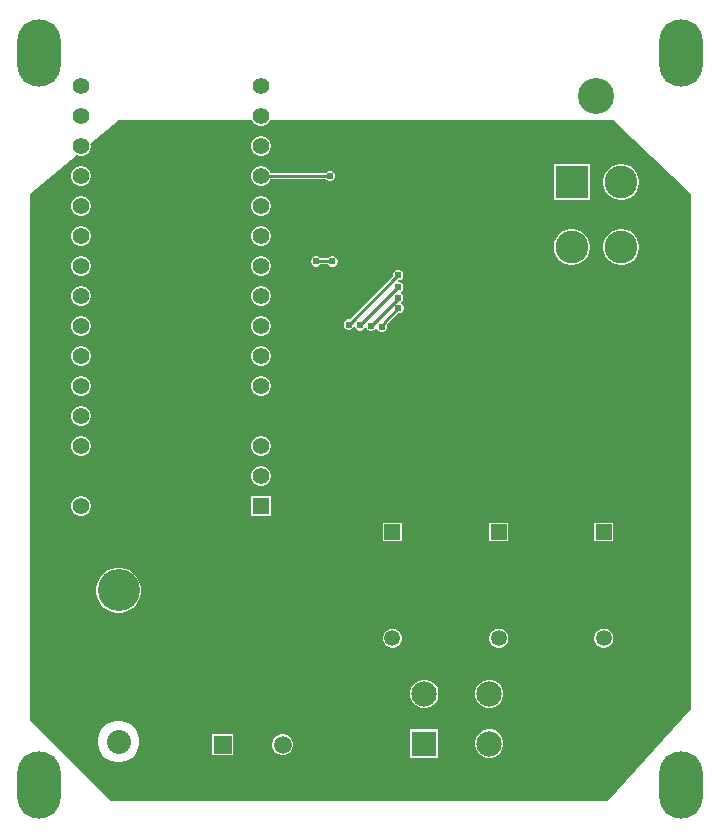
<source format=gbl>
G04*
G04 #@! TF.GenerationSoftware,Altium Limited,Altium Designer,23.6.0 (18)*
G04*
G04 Layer_Physical_Order=2*
G04 Layer_Color=16711680*
%FSLAX44Y44*%
%MOMM*%
G71*
G04*
G04 #@! TF.SameCoordinates,002E3AE9-4B00-44C7-B55F-2903AD9EE070*
G04*
G04*
G04 #@! TF.FilePolarity,Positive*
G04*
G01*
G75*
%ADD14C,0.2540*%
%ADD35C,1.4140*%
%ADD36R,1.4140X1.4140*%
%ADD40R,2.1500X2.1500*%
%ADD41C,2.1500*%
%ADD51O,3.7000X5.7000*%
%ADD52C,3.5560*%
%ADD53C,2.0320*%
%ADD54C,3.0500*%
%ADD55C,2.7750*%
%ADD56R,2.7750X2.7750*%
%ADD57C,1.5080*%
%ADD58R,1.5080X1.5080*%
%ADD59R,1.3500X1.3500*%
%ADD60C,1.3500*%
%ADD61C,0.6096*%
G36*
X575000Y533000D02*
Y97100D01*
X504494Y19400D01*
X83612D01*
X15272Y87740D01*
Y533000D01*
X55004Y566031D01*
X55181Y565928D01*
X57302Y565360D01*
X59498D01*
X61619Y565928D01*
X63521Y567026D01*
X65074Y568579D01*
X66172Y570481D01*
X66740Y572602D01*
Y574798D01*
X66523Y575607D01*
X90974Y595934D01*
X203014D01*
X203029Y595881D01*
X204126Y593979D01*
X205679Y592426D01*
X207581Y591329D01*
X209702Y590760D01*
X211898D01*
X214019Y591329D01*
X215921Y592426D01*
X217474Y593979D01*
X218572Y595881D01*
X218586Y595934D01*
X509362D01*
X575000Y533000D01*
D02*
G37*
%LPC*%
G36*
X211898Y582040D02*
X209702D01*
X207581Y581472D01*
X205679Y580374D01*
X204126Y578821D01*
X203029Y576919D01*
X202460Y574798D01*
Y572602D01*
X203029Y570481D01*
X204126Y568579D01*
X205679Y567026D01*
X207581Y565928D01*
X209702Y565360D01*
X211898D01*
X214019Y565928D01*
X215921Y567026D01*
X217474Y568579D01*
X218572Y570481D01*
X219140Y572602D01*
Y574798D01*
X218572Y576919D01*
X217474Y578821D01*
X215921Y580374D01*
X214019Y581472D01*
X211898Y582040D01*
D02*
G37*
G36*
Y556640D02*
X209702D01*
X207581Y556072D01*
X205679Y554974D01*
X204126Y553421D01*
X203029Y551519D01*
X202460Y549398D01*
Y547202D01*
X203029Y545081D01*
X204126Y543179D01*
X205679Y541627D01*
X207581Y540528D01*
X209702Y539960D01*
X211898D01*
X214019Y540528D01*
X215921Y541627D01*
X217474Y543179D01*
X218572Y545081D01*
X218740Y545710D01*
X265583D01*
X266654Y544639D01*
X268241Y543982D01*
X269959D01*
X271546Y544639D01*
X272761Y545854D01*
X273418Y547441D01*
Y549159D01*
X272761Y550746D01*
X271546Y551961D01*
X269959Y552618D01*
X268241D01*
X266654Y551961D01*
X265583Y550890D01*
X218741D01*
X218572Y551519D01*
X217474Y553421D01*
X215921Y554974D01*
X214019Y556072D01*
X211898Y556640D01*
D02*
G37*
G36*
X59498D02*
X57302D01*
X55181Y556072D01*
X53279Y554974D01*
X51726Y553421D01*
X50629Y551519D01*
X50060Y549398D01*
Y547202D01*
X50629Y545081D01*
X51726Y543179D01*
X53279Y541627D01*
X55181Y540528D01*
X57302Y539960D01*
X59498D01*
X61619Y540528D01*
X63521Y541627D01*
X65074Y543179D01*
X66172Y545081D01*
X66740Y547202D01*
Y549398D01*
X66172Y551519D01*
X65074Y553421D01*
X63521Y554974D01*
X61619Y556072D01*
X59498Y556640D01*
D02*
G37*
G36*
X517492Y558145D02*
X514508D01*
X511582Y557563D01*
X508826Y556422D01*
X506346Y554764D01*
X504236Y552655D01*
X502579Y550174D01*
X501437Y547418D01*
X500855Y544492D01*
Y541508D01*
X501437Y538582D01*
X502579Y535826D01*
X504236Y533346D01*
X506346Y531236D01*
X508826Y529579D01*
X511582Y528437D01*
X514508Y527855D01*
X517492D01*
X520418Y528437D01*
X523174Y529579D01*
X525654Y531236D01*
X527764Y533346D01*
X529421Y535826D01*
X530563Y538582D01*
X531145Y541508D01*
Y544492D01*
X530563Y547418D01*
X529421Y550174D01*
X527764Y552655D01*
X525654Y554764D01*
X523174Y556422D01*
X520418Y557563D01*
X517492Y558145D01*
D02*
G37*
G36*
X489145D02*
X458855D01*
Y527855D01*
X489145D01*
Y558145D01*
D02*
G37*
G36*
X211898Y531240D02*
X209702D01*
X207581Y530672D01*
X205679Y529574D01*
X204126Y528021D01*
X203029Y526119D01*
X202460Y523998D01*
Y521802D01*
X203029Y519681D01*
X204126Y517779D01*
X205679Y516227D01*
X207581Y515129D01*
X209702Y514560D01*
X211898D01*
X214019Y515129D01*
X215921Y516227D01*
X217474Y517779D01*
X218572Y519681D01*
X219140Y521802D01*
Y523998D01*
X218572Y526119D01*
X217474Y528021D01*
X215921Y529574D01*
X214019Y530672D01*
X211898Y531240D01*
D02*
G37*
G36*
X59498D02*
X57302D01*
X55181Y530672D01*
X53279Y529574D01*
X51726Y528021D01*
X50629Y526119D01*
X50060Y523998D01*
Y521802D01*
X50629Y519681D01*
X51726Y517779D01*
X53279Y516227D01*
X55181Y515129D01*
X57302Y514560D01*
X59498D01*
X61619Y515129D01*
X63521Y516227D01*
X65074Y517779D01*
X66172Y519681D01*
X66740Y521802D01*
Y523998D01*
X66172Y526119D01*
X65074Y528021D01*
X63521Y529574D01*
X61619Y530672D01*
X59498Y531240D01*
D02*
G37*
G36*
X211898Y505840D02*
X209702D01*
X207581Y505272D01*
X205679Y504174D01*
X204126Y502621D01*
X203029Y500719D01*
X202460Y498598D01*
Y496402D01*
X203029Y494281D01*
X204126Y492379D01*
X205679Y490826D01*
X207581Y489729D01*
X209702Y489160D01*
X211898D01*
X214019Y489729D01*
X215921Y490826D01*
X217474Y492379D01*
X218572Y494281D01*
X219140Y496402D01*
Y498598D01*
X218572Y500719D01*
X217474Y502621D01*
X215921Y504174D01*
X214019Y505272D01*
X211898Y505840D01*
D02*
G37*
G36*
X59498D02*
X57302D01*
X55181Y505272D01*
X53279Y504174D01*
X51726Y502621D01*
X50629Y500719D01*
X50060Y498598D01*
Y496402D01*
X50629Y494281D01*
X51726Y492379D01*
X53279Y490826D01*
X55181Y489729D01*
X57302Y489160D01*
X59498D01*
X61619Y489729D01*
X63521Y490826D01*
X65074Y492379D01*
X66172Y494281D01*
X66740Y496402D01*
Y498598D01*
X66172Y500719D01*
X65074Y502621D01*
X63521Y504174D01*
X61619Y505272D01*
X59498Y505840D01*
D02*
G37*
G36*
X272355Y480218D02*
X270638D01*
X269051Y479560D01*
X267980Y478489D01*
X261217D01*
X260146Y479560D01*
X258559Y480218D01*
X256841D01*
X255254Y479560D01*
X254039Y478346D01*
X253382Y476759D01*
Y475041D01*
X254039Y473454D01*
X255254Y472239D01*
X256841Y471582D01*
X258559D01*
X260146Y472239D01*
X261217Y473310D01*
X267980D01*
X269051Y472239D01*
X270638Y471582D01*
X272355D01*
X273943Y472239D01*
X275157Y473454D01*
X275814Y475041D01*
Y476759D01*
X275157Y478346D01*
X273943Y479560D01*
X272355Y480218D01*
D02*
G37*
G36*
X517492Y503145D02*
X514508D01*
X511582Y502563D01*
X508826Y501421D01*
X506346Y499764D01*
X504236Y497654D01*
X502579Y495174D01*
X501437Y492418D01*
X500855Y489492D01*
Y486508D01*
X501437Y483582D01*
X502579Y480826D01*
X504236Y478346D01*
X506346Y476236D01*
X508826Y474579D01*
X511582Y473437D01*
X514508Y472855D01*
X517492D01*
X520418Y473437D01*
X523174Y474579D01*
X525654Y476236D01*
X527764Y478346D01*
X529421Y480826D01*
X530563Y483582D01*
X531145Y486508D01*
Y489492D01*
X530563Y492418D01*
X529421Y495174D01*
X527764Y497654D01*
X525654Y499764D01*
X523174Y501421D01*
X520418Y502563D01*
X517492Y503145D01*
D02*
G37*
G36*
X475492D02*
X472508D01*
X469582Y502563D01*
X466826Y501421D01*
X464346Y499764D01*
X462236Y497654D01*
X460579Y495174D01*
X459437Y492418D01*
X458855Y489492D01*
Y486508D01*
X459437Y483582D01*
X460579Y480826D01*
X462236Y478346D01*
X464346Y476236D01*
X466826Y474579D01*
X469582Y473437D01*
X472508Y472855D01*
X475492D01*
X478418Y473437D01*
X481174Y474579D01*
X483655Y476236D01*
X485764Y478346D01*
X487421Y480826D01*
X488563Y483582D01*
X489145Y486508D01*
Y489492D01*
X488563Y492418D01*
X487421Y495174D01*
X485764Y497654D01*
X483655Y499764D01*
X481174Y501421D01*
X478418Y502563D01*
X475492Y503145D01*
D02*
G37*
G36*
X211898Y480440D02*
X209702D01*
X207581Y479872D01*
X205679Y478774D01*
X204126Y477221D01*
X203029Y475319D01*
X202460Y473198D01*
Y471002D01*
X203029Y468881D01*
X204126Y466979D01*
X205679Y465426D01*
X207581Y464328D01*
X209702Y463760D01*
X211898D01*
X214019Y464328D01*
X215921Y465426D01*
X217474Y466979D01*
X218572Y468881D01*
X219140Y471002D01*
Y473198D01*
X218572Y475319D01*
X217474Y477221D01*
X215921Y478774D01*
X214019Y479872D01*
X211898Y480440D01*
D02*
G37*
G36*
X59498D02*
X57302D01*
X55181Y479872D01*
X53279Y478774D01*
X51726Y477221D01*
X50629Y475319D01*
X50060Y473198D01*
Y471002D01*
X50629Y468881D01*
X51726Y466979D01*
X53279Y465426D01*
X55181Y464328D01*
X57302Y463760D01*
X59498D01*
X61619Y464328D01*
X63521Y465426D01*
X65074Y466979D01*
X66172Y468881D01*
X66740Y471002D01*
Y473198D01*
X66172Y475319D01*
X65074Y477221D01*
X63521Y478774D01*
X61619Y479872D01*
X59498Y480440D01*
D02*
G37*
G36*
X211898Y455040D02*
X209702D01*
X207581Y454472D01*
X205679Y453374D01*
X204126Y451821D01*
X203029Y449919D01*
X202460Y447798D01*
Y445602D01*
X203029Y443481D01*
X204126Y441579D01*
X205679Y440027D01*
X207581Y438928D01*
X209702Y438360D01*
X211898D01*
X214019Y438928D01*
X215921Y440027D01*
X217474Y441579D01*
X218572Y443481D01*
X219140Y445602D01*
Y447798D01*
X218572Y449919D01*
X217474Y451821D01*
X215921Y453374D01*
X214019Y454472D01*
X211898Y455040D01*
D02*
G37*
G36*
X59498D02*
X57302D01*
X55181Y454472D01*
X53279Y453374D01*
X51726Y451821D01*
X50629Y449919D01*
X50060Y447798D01*
Y445602D01*
X50629Y443481D01*
X51726Y441579D01*
X53279Y440027D01*
X55181Y438928D01*
X57302Y438360D01*
X59498D01*
X61619Y438928D01*
X63521Y440027D01*
X65074Y441579D01*
X66172Y443481D01*
X66740Y445602D01*
Y447798D01*
X66172Y449919D01*
X65074Y451821D01*
X63521Y453374D01*
X61619Y454472D01*
X59498Y455040D01*
D02*
G37*
G36*
X328117Y468518D02*
X326399D01*
X324812Y467861D01*
X323597Y466646D01*
X322940Y465059D01*
Y463674D01*
X285985Y426718D01*
X284341D01*
X282754Y426061D01*
X281539Y424846D01*
X280882Y423259D01*
Y421541D01*
X281539Y419954D01*
X282754Y418739D01*
X284341Y418082D01*
X286059D01*
X287646Y418739D01*
X288861Y419954D01*
X289170Y420701D01*
X289519Y420741D01*
X290492Y420575D01*
X291039Y419254D01*
X292254Y418039D01*
X293841Y417382D01*
X295559D01*
X297146Y418039D01*
X298361Y419254D01*
X298812Y420344D01*
X299835Y420261D01*
X300113Y420166D01*
X300739Y418654D01*
X301954Y417439D01*
X303541Y416782D01*
X305259D01*
X306846Y417439D01*
X308061Y418654D01*
X308139Y418843D01*
X309513D01*
X309881Y417954D01*
X311096Y416739D01*
X312683Y416082D01*
X314401D01*
X315988Y416739D01*
X317203Y417954D01*
X317860Y419541D01*
Y421259D01*
X317420Y422322D01*
X317478Y422613D01*
X326707Y431842D01*
X328221D01*
X329808Y432499D01*
X331023Y433714D01*
X331680Y435301D01*
Y437019D01*
X331023Y438605D01*
X329808Y439820D01*
X329488Y439953D01*
Y441327D01*
X329742Y441432D01*
X330957Y442647D01*
X331614Y444234D01*
Y445952D01*
X330957Y447539D01*
X329742Y448754D01*
X329468Y448867D01*
Y450242D01*
X329704Y450339D01*
X330919Y451554D01*
X331576Y453141D01*
Y454859D01*
X330919Y456446D01*
X329704Y457661D01*
X328117Y458318D01*
X327816D01*
X327070Y459588D01*
X327220Y459856D01*
X327263Y459882D01*
X328117D01*
X329704Y460539D01*
X330919Y461754D01*
X331576Y463341D01*
Y465059D01*
X330919Y466646D01*
X329704Y467861D01*
X328117Y468518D01*
D02*
G37*
G36*
X211898Y429640D02*
X209702D01*
X207581Y429072D01*
X205679Y427974D01*
X204126Y426421D01*
X203029Y424519D01*
X202460Y422398D01*
Y420202D01*
X203029Y418081D01*
X204126Y416179D01*
X205679Y414627D01*
X207581Y413529D01*
X209702Y412960D01*
X211898D01*
X214019Y413529D01*
X215921Y414627D01*
X217474Y416179D01*
X218572Y418081D01*
X219140Y420202D01*
Y422398D01*
X218572Y424519D01*
X217474Y426421D01*
X215921Y427974D01*
X214019Y429072D01*
X211898Y429640D01*
D02*
G37*
G36*
X59498D02*
X57302D01*
X55181Y429072D01*
X53279Y427974D01*
X51726Y426421D01*
X50629Y424519D01*
X50060Y422398D01*
Y420202D01*
X50629Y418081D01*
X51726Y416179D01*
X53279Y414627D01*
X55181Y413529D01*
X57302Y412960D01*
X59498D01*
X61619Y413529D01*
X63521Y414627D01*
X65074Y416179D01*
X66172Y418081D01*
X66740Y420202D01*
Y422398D01*
X66172Y424519D01*
X65074Y426421D01*
X63521Y427974D01*
X61619Y429072D01*
X59498Y429640D01*
D02*
G37*
G36*
X211898Y404240D02*
X209702D01*
X207581Y403672D01*
X205679Y402574D01*
X204126Y401021D01*
X203029Y399119D01*
X202460Y396998D01*
Y394802D01*
X203029Y392681D01*
X204126Y390779D01*
X205679Y389226D01*
X207581Y388129D01*
X209702Y387560D01*
X211898D01*
X214019Y388129D01*
X215921Y389226D01*
X217474Y390779D01*
X218572Y392681D01*
X219140Y394802D01*
Y396998D01*
X218572Y399119D01*
X217474Y401021D01*
X215921Y402574D01*
X214019Y403672D01*
X211898Y404240D01*
D02*
G37*
G36*
X59498D02*
X57302D01*
X55181Y403672D01*
X53279Y402574D01*
X51726Y401021D01*
X50629Y399119D01*
X50060Y396998D01*
Y394802D01*
X50629Y392681D01*
X51726Y390779D01*
X53279Y389226D01*
X55181Y388129D01*
X57302Y387560D01*
X59498D01*
X61619Y388129D01*
X63521Y389226D01*
X65074Y390779D01*
X66172Y392681D01*
X66740Y394802D01*
Y396998D01*
X66172Y399119D01*
X65074Y401021D01*
X63521Y402574D01*
X61619Y403672D01*
X59498Y404240D01*
D02*
G37*
G36*
X211898Y378840D02*
X209702D01*
X207581Y378272D01*
X205679Y377174D01*
X204126Y375621D01*
X203029Y373719D01*
X202460Y371598D01*
Y369402D01*
X203029Y367281D01*
X204126Y365379D01*
X205679Y363826D01*
X207581Y362729D01*
X209702Y362160D01*
X211898D01*
X214019Y362729D01*
X215921Y363826D01*
X217474Y365379D01*
X218572Y367281D01*
X219140Y369402D01*
Y371598D01*
X218572Y373719D01*
X217474Y375621D01*
X215921Y377174D01*
X214019Y378272D01*
X211898Y378840D01*
D02*
G37*
G36*
X59498D02*
X57302D01*
X55181Y378272D01*
X53279Y377174D01*
X51726Y375621D01*
X50629Y373719D01*
X50060Y371598D01*
Y369402D01*
X50629Y367281D01*
X51726Y365379D01*
X53279Y363826D01*
X55181Y362729D01*
X57302Y362160D01*
X59498D01*
X61619Y362729D01*
X63521Y363826D01*
X65074Y365379D01*
X66172Y367281D01*
X66740Y369402D01*
Y371598D01*
X66172Y373719D01*
X65074Y375621D01*
X63521Y377174D01*
X61619Y378272D01*
X59498Y378840D01*
D02*
G37*
G36*
Y353440D02*
X57302D01*
X55181Y352872D01*
X53279Y351774D01*
X51726Y350221D01*
X50629Y348319D01*
X50060Y346198D01*
Y344002D01*
X50629Y341881D01*
X51726Y339979D01*
X53279Y338427D01*
X55181Y337328D01*
X57302Y336760D01*
X59498D01*
X61619Y337328D01*
X63521Y338427D01*
X65074Y339979D01*
X66172Y341881D01*
X66740Y344002D01*
Y346198D01*
X66172Y348319D01*
X65074Y350221D01*
X63521Y351774D01*
X61619Y352872D01*
X59498Y353440D01*
D02*
G37*
G36*
X211898Y328040D02*
X209702D01*
X207581Y327472D01*
X205679Y326374D01*
X204126Y324821D01*
X203029Y322919D01*
X202460Y320798D01*
Y318602D01*
X203029Y316481D01*
X204126Y314579D01*
X205679Y313027D01*
X207581Y311929D01*
X209702Y311360D01*
X211898D01*
X214019Y311929D01*
X215921Y313027D01*
X217474Y314579D01*
X218572Y316481D01*
X219140Y318602D01*
Y320798D01*
X218572Y322919D01*
X217474Y324821D01*
X215921Y326374D01*
X214019Y327472D01*
X211898Y328040D01*
D02*
G37*
G36*
X59498D02*
X57302D01*
X55181Y327472D01*
X53279Y326374D01*
X51726Y324821D01*
X50629Y322919D01*
X50060Y320798D01*
Y318602D01*
X50629Y316481D01*
X51726Y314579D01*
X53279Y313027D01*
X55181Y311929D01*
X57302Y311360D01*
X59498D01*
X61619Y311929D01*
X63521Y313027D01*
X65074Y314579D01*
X66172Y316481D01*
X66740Y318602D01*
Y320798D01*
X66172Y322919D01*
X65074Y324821D01*
X63521Y326374D01*
X61619Y327472D01*
X59498Y328040D01*
D02*
G37*
G36*
X211898Y302640D02*
X209702D01*
X207581Y302072D01*
X205679Y300974D01*
X204126Y299421D01*
X203029Y297519D01*
X202460Y295398D01*
Y293202D01*
X203029Y291081D01*
X204126Y289179D01*
X205679Y287626D01*
X207581Y286528D01*
X209702Y285960D01*
X211898D01*
X214019Y286528D01*
X215921Y287626D01*
X217474Y289179D01*
X218572Y291081D01*
X219140Y293202D01*
Y295398D01*
X218572Y297519D01*
X217474Y299421D01*
X215921Y300974D01*
X214019Y302072D01*
X211898Y302640D01*
D02*
G37*
G36*
X219140Y277240D02*
X202460D01*
Y260560D01*
X219140D01*
Y277240D01*
D02*
G37*
G36*
X59498D02*
X57302D01*
X55181Y276672D01*
X53279Y275574D01*
X51726Y274021D01*
X50629Y272119D01*
X50060Y269998D01*
Y267802D01*
X50629Y265681D01*
X51726Y263779D01*
X53279Y262227D01*
X55181Y261129D01*
X57302Y260560D01*
X59498D01*
X61619Y261129D01*
X63521Y262227D01*
X65074Y263779D01*
X66172Y265681D01*
X66740Y267802D01*
Y269998D01*
X66172Y272119D01*
X65074Y274021D01*
X63521Y275574D01*
X61619Y276672D01*
X59498Y277240D01*
D02*
G37*
G36*
X509220Y254820D02*
X493180D01*
Y238780D01*
X509220D01*
Y254820D01*
D02*
G37*
G36*
X420420D02*
X404380D01*
Y238780D01*
X420420D01*
Y254820D01*
D02*
G37*
G36*
X330320D02*
X314280D01*
Y238780D01*
X330320D01*
Y254820D01*
D02*
G37*
G36*
X92221Y216450D02*
X88469D01*
X84788Y215718D01*
X81321Y214282D01*
X78201Y212197D01*
X75548Y209544D01*
X73463Y206424D01*
X72027Y202957D01*
X71295Y199276D01*
Y195524D01*
X72027Y191843D01*
X73463Y188377D01*
X75548Y185257D01*
X78201Y182603D01*
X81321Y180518D01*
X84788Y179082D01*
X88469Y178350D01*
X92221D01*
X95901Y179082D01*
X99368Y180518D01*
X102488Y182603D01*
X105142Y185257D01*
X107227Y188377D01*
X108663Y191843D01*
X109395Y195524D01*
Y199276D01*
X108663Y202957D01*
X107227Y206424D01*
X105142Y209544D01*
X102488Y212197D01*
X99368Y214282D01*
X95901Y215718D01*
X92221Y216450D01*
D02*
G37*
G36*
X502256Y164820D02*
X500144D01*
X498104Y164274D01*
X496275Y163218D01*
X494782Y161725D01*
X493726Y159896D01*
X493180Y157856D01*
Y155744D01*
X493726Y153705D01*
X494782Y151876D01*
X496275Y150383D01*
X498104Y149327D01*
X500144Y148780D01*
X502256D01*
X504295Y149327D01*
X506124Y150383D01*
X507617Y151876D01*
X508673Y153705D01*
X509220Y155744D01*
Y157856D01*
X508673Y159896D01*
X507617Y161725D01*
X506124Y163218D01*
X504295Y164274D01*
X502256Y164820D01*
D02*
G37*
G36*
X413456D02*
X411344D01*
X409304Y164274D01*
X407476Y163218D01*
X405982Y161725D01*
X404926Y159896D01*
X404380Y157856D01*
Y155744D01*
X404926Y153705D01*
X405982Y151876D01*
X407476Y150383D01*
X409304Y149327D01*
X411344Y148780D01*
X413456D01*
X415496Y149327D01*
X417324Y150383D01*
X418818Y151876D01*
X419874Y153705D01*
X420420Y155744D01*
Y157856D01*
X419874Y159896D01*
X418818Y161725D01*
X417324Y163218D01*
X415496Y164274D01*
X413456Y164820D01*
D02*
G37*
G36*
X323356D02*
X321244D01*
X319205Y164274D01*
X317376Y163218D01*
X315882Y161725D01*
X314827Y159896D01*
X314280Y157856D01*
Y155744D01*
X314827Y153705D01*
X315882Y151876D01*
X317376Y150383D01*
X319205Y149327D01*
X321244Y148780D01*
X323356D01*
X325396Y149327D01*
X327225Y150383D01*
X328718Y151876D01*
X329774Y153705D01*
X330320Y155744D01*
Y157856D01*
X329774Y159896D01*
X328718Y161725D01*
X327225Y163218D01*
X325396Y164274D01*
X323356Y164820D01*
D02*
G37*
G36*
X405802Y121701D02*
X402637D01*
X399580Y120882D01*
X396839Y119300D01*
X394602Y117062D01*
X393019Y114321D01*
X392200Y111264D01*
Y108099D01*
X393019Y105042D01*
X394602Y102301D01*
X396839Y100063D01*
X399580Y98480D01*
X402637Y97661D01*
X405802D01*
X408859Y98480D01*
X411600Y100063D01*
X413838Y102301D01*
X415421Y105042D01*
X416240Y108099D01*
Y111264D01*
X415421Y114321D01*
X413838Y117062D01*
X411600Y119300D01*
X408859Y120882D01*
X405802Y121701D01*
D02*
G37*
G36*
X350803D02*
X347638D01*
X344581Y120882D01*
X341840Y119300D01*
X339602Y117062D01*
X338019Y114321D01*
X337200Y111264D01*
Y108099D01*
X338019Y105042D01*
X339602Y102301D01*
X341840Y100063D01*
X344581Y98480D01*
X347638Y97661D01*
X350803D01*
X353860Y98480D01*
X356601Y100063D01*
X358839Y102301D01*
X360421Y105042D01*
X361240Y108099D01*
Y111264D01*
X360421Y114321D01*
X358839Y117062D01*
X356601Y119300D01*
X353860Y120882D01*
X350803Y121701D01*
D02*
G37*
G36*
X230460Y75510D02*
X228140D01*
X225900Y74910D01*
X223891Y73750D01*
X222250Y72110D01*
X221090Y70101D01*
X220490Y67860D01*
Y65540D01*
X221090Y63300D01*
X222250Y61291D01*
X223891Y59650D01*
X225900Y58491D01*
X228140Y57890D01*
X230460D01*
X232701Y58491D01*
X234709Y59650D01*
X236350Y61291D01*
X237510Y63300D01*
X238110Y65540D01*
Y67860D01*
X237510Y70101D01*
X236350Y72110D01*
X234709Y73750D01*
X232701Y74910D01*
X230460Y75510D01*
D02*
G37*
G36*
X187310D02*
X169690D01*
Y57890D01*
X187310D01*
Y75510D01*
D02*
G37*
G36*
X405802Y79701D02*
X402637D01*
X399580Y78882D01*
X396839Y77300D01*
X394602Y75062D01*
X393019Y72321D01*
X392200Y69264D01*
Y66099D01*
X393019Y63042D01*
X394602Y60301D01*
X396839Y58063D01*
X399580Y56480D01*
X402637Y55661D01*
X405802D01*
X408859Y56480D01*
X411600Y58063D01*
X413838Y60301D01*
X415421Y63042D01*
X416240Y66099D01*
Y69264D01*
X415421Y72321D01*
X413838Y75062D01*
X411600Y77300D01*
X408859Y78882D01*
X405802Y79701D01*
D02*
G37*
G36*
X361240D02*
X337200D01*
Y55661D01*
X361240D01*
Y79701D01*
D02*
G37*
G36*
X92072Y86940D02*
X88617D01*
X85229Y86266D01*
X82037Y84944D01*
X79164Y83025D01*
X76720Y80582D01*
X74801Y77709D01*
X73479Y74517D01*
X72805Y71128D01*
Y67673D01*
X73479Y64284D01*
X74801Y61092D01*
X76720Y58219D01*
X79164Y55776D01*
X82037Y53857D01*
X85229Y52534D01*
X88617Y51860D01*
X92072D01*
X95461Y52534D01*
X98653Y53857D01*
X101526Y55776D01*
X103969Y58219D01*
X105889Y61092D01*
X107211Y64284D01*
X107885Y67673D01*
Y71128D01*
X107211Y74517D01*
X105889Y77709D01*
X103969Y80582D01*
X101526Y83025D01*
X98653Y84944D01*
X95461Y86266D01*
X92072Y86940D01*
D02*
G37*
%LPD*%
D14*
X210800Y548300D02*
X269100D01*
X269100Y548300D01*
X313542Y420400D02*
Y421362D01*
X314912Y422732D01*
Y423709D01*
X327362Y436160D01*
X326171Y442871D02*
Y443005D01*
X327296Y444131D02*
Y445093D01*
X326171Y443005D02*
X327296Y444131D01*
X304400Y421100D02*
X326171Y442871D01*
X327129Y454000D02*
X327258D01*
X294829Y421700D02*
X327129Y454000D01*
X294700Y421700D02*
X294829D01*
X285200Y422400D02*
X285329D01*
X327129Y464200D01*
X327258D01*
X210800Y548300D02*
X210800Y548300D01*
X257700Y475900D02*
X271497D01*
D35*
X210800Y472100D02*
D03*
Y497500D02*
D03*
Y522900D02*
D03*
Y548300D02*
D03*
Y599100D02*
D03*
Y624500D02*
D03*
X58400D02*
D03*
X210800Y573700D02*
D03*
X58400Y345100D02*
D03*
Y268900D02*
D03*
Y294300D02*
D03*
Y319700D02*
D03*
Y370500D02*
D03*
Y395900D02*
D03*
Y421300D02*
D03*
Y446700D02*
D03*
Y472100D02*
D03*
Y497500D02*
D03*
Y522900D02*
D03*
Y548300D02*
D03*
Y573700D02*
D03*
Y599100D02*
D03*
X210800Y446700D02*
D03*
Y421300D02*
D03*
Y395900D02*
D03*
Y370500D02*
D03*
Y345100D02*
D03*
Y319700D02*
D03*
Y294300D02*
D03*
D36*
Y268900D02*
D03*
D40*
X349220Y67681D02*
D03*
D41*
Y109681D02*
D03*
X404220Y67681D02*
D03*
Y109681D02*
D03*
D51*
X23000Y652200D02*
D03*
X566300D02*
D03*
X566300Y32300D02*
D03*
X23000D02*
D03*
D52*
X90345Y197400D02*
D03*
Y142400D02*
D03*
D53*
Y69400D02*
D03*
D54*
X495000Y616000D02*
D03*
D55*
X516000Y488000D02*
D03*
X474000D02*
D03*
X516000Y543000D02*
D03*
D56*
X474000D02*
D03*
D57*
X229300Y66700D02*
D03*
X203900D02*
D03*
D58*
X178500D02*
D03*
D59*
X501200Y246800D02*
D03*
X322300D02*
D03*
X412400D02*
D03*
D60*
X501200Y156800D02*
D03*
X322300D02*
D03*
X412400D02*
D03*
D61*
X383017Y488414D02*
D03*
X433200Y508500D02*
D03*
X456700Y338315D02*
D03*
X348871Y495471D02*
D03*
X493900Y414300D02*
D03*
X253599Y495243D02*
D03*
X406659Y542669D02*
D03*
X269100Y548300D02*
D03*
X313542Y420400D02*
D03*
X327362Y436160D02*
D03*
X327296Y445093D02*
D03*
X304400Y421100D02*
D03*
X327258Y454000D02*
D03*
X294700Y421700D02*
D03*
X327258Y464200D02*
D03*
X285200Y422400D02*
D03*
X277665Y338315D02*
D03*
X271497Y475900D02*
D03*
X276229Y467391D02*
D03*
X257700Y475900D02*
D03*
X342664Y418848D02*
D03*
X207300Y43600D02*
D03*
Y34100D02*
D03*
Y25300D02*
D03*
X367900Y338315D02*
D03*
M02*

</source>
